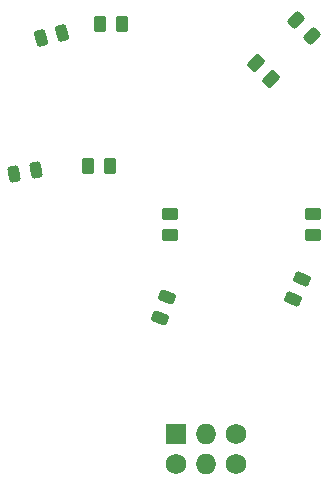
<source format=gbs>
G04 #@! TF.GenerationSoftware,KiCad,Pcbnew,(6.0.10-0)*
G04 #@! TF.CreationDate,2023-06-21T21:42:55+02:00*
G04 #@! TF.ProjectId,SwiftLeeds,53776966-744c-4656-9564-732e6b696361,rev?*
G04 #@! TF.SameCoordinates,Original*
G04 #@! TF.FileFunction,Soldermask,Bot*
G04 #@! TF.FilePolarity,Negative*
%FSLAX46Y46*%
G04 Gerber Fmt 4.6, Leading zero omitted, Abs format (unit mm)*
G04 Created by KiCad (PCBNEW (6.0.10-0)) date 2023-06-21 21:42:55*
%MOMM*%
%LPD*%
G01*
G04 APERTURE LIST*
G04 Aperture macros list*
%AMRoundRect*
0 Rectangle with rounded corners*
0 $1 Rounding radius*
0 $2 $3 $4 $5 $6 $7 $8 $9 X,Y pos of 4 corners*
0 Add a 4 corners polygon primitive as box body*
4,1,4,$2,$3,$4,$5,$6,$7,$8,$9,$2,$3,0*
0 Add four circle primitives for the rounded corners*
1,1,$1+$1,$2,$3*
1,1,$1+$1,$4,$5*
1,1,$1+$1,$6,$7*
1,1,$1+$1,$8,$9*
0 Add four rect primitives between the rounded corners*
20,1,$1+$1,$2,$3,$4,$5,0*
20,1,$1+$1,$4,$5,$6,$7,0*
20,1,$1+$1,$6,$7,$8,$9,0*
20,1,$1+$1,$8,$9,$2,$3,0*%
G04 Aperture macros list end*
%ADD10R,1.727200X1.727200*%
%ADD11C,1.727200*%
%ADD12O,1.727200X1.727200*%
%ADD13RoundRect,0.243750X0.117358X0.503791X-0.353531X0.377617X-0.117358X-0.503791X0.353531X-0.377617X0*%
%ADD14RoundRect,0.250000X0.262500X0.450000X-0.262500X0.450000X-0.262500X-0.450000X0.262500X-0.450000X0*%
%ADD15RoundRect,0.243750X0.324740X-0.402644X0.515221X0.046102X-0.324740X0.402644X-0.515221X-0.046102X0*%
%ADD16RoundRect,0.243750X0.160820X0.491645X-0.319274X0.406992X-0.160820X-0.491645X0.319274X-0.406992X0*%
%ADD17RoundRect,0.250000X-0.503814X-0.132583X-0.132583X-0.503814X0.503814X0.132583X0.132583X0.503814X0*%
%ADD18RoundRect,0.243750X-0.345367X0.385097X-0.512102X-0.073003X0.345367X-0.385097X0.512102X0.073003X0*%
%ADD19RoundRect,0.243750X0.494975X0.150260X0.150260X0.494975X-0.494975X-0.150260X-0.150260X-0.494975X0*%
%ADD20RoundRect,0.250000X0.450000X-0.262500X0.450000X0.262500X-0.450000X0.262500X-0.450000X-0.262500X0*%
%ADD21RoundRect,0.250000X-0.450000X0.262500X-0.450000X-0.262500X0.450000X-0.262500X0.450000X0.262500X0*%
G04 APERTURE END LIST*
D10*
X164520000Y-92750000D03*
D11*
X164520000Y-95290000D03*
D12*
X167060000Y-92750000D03*
X167060000Y-95290000D03*
D11*
X169600000Y-92750000D03*
X169600000Y-95290000D03*
D13*
X153094445Y-59242643D03*
X154905555Y-58757357D03*
D14*
X158912500Y-70000000D03*
X157087500Y-70000000D03*
D15*
X174426350Y-81332985D03*
X175158970Y-79607039D03*
D16*
X152693084Y-70355906D03*
X150846570Y-70681496D03*
D17*
X171267265Y-61354765D03*
X172557735Y-62645235D03*
D18*
X163138610Y-82880962D03*
X163779898Y-81119038D03*
D19*
X176000000Y-59000000D03*
X174674174Y-57674174D03*
D20*
X176125000Y-75912500D03*
X176125000Y-74087500D03*
D14*
X159912500Y-58000000D03*
X158087500Y-58000000D03*
D21*
X164000000Y-74087500D03*
X164000000Y-75912500D03*
M02*

</source>
